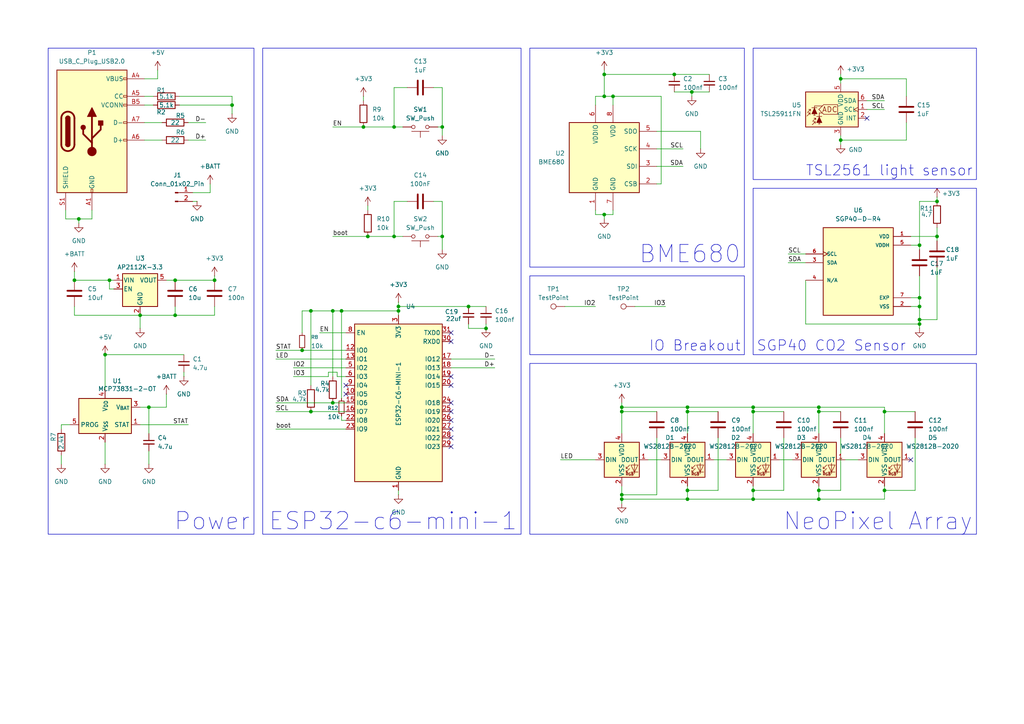
<source format=kicad_sch>
(kicad_sch (version 20250114) (generator "eeschema") (generator_version "9.0")
  (paper "A4")
  (lib_symbols
    (symbol "Battery_Management:MCP73831-2-OT"
      (property "Reference" "U" (at -7.62 6.35 0))
      (property "Value" "MCP73831-2-OT" (at 1.27 6.35 0))
      (symbol "MCP73831-2-OT_1_1"
        (pin input line (at -10.16 -2.54 0) (length 2.54) (name "PROG") (number "5"))
        (pin power_in line (at 0 7.62 270) (length 2.54) (name "V_{DD}") (number "4"))
        (pin power_in line (at 0 -7.62 90) (length 2.54) (name "V_{SS}") (number "2"))
        (pin power_out line (at 10.16 2.54 180) (length 2.54) (name "V_{BAT}") (number "3"))
        (pin tri_state line (at 10.16 -2.54 180) (length 2.54) (name "STAT") (number "1"))
      )
    )
    (symbol "Connector:Conn_01x02_Pin" (pin_names (offset 1.016) (hide yes))
      (property "Reference" "J" (at 0 2.54 0))
      (property "Value" "Conn_01x02_Pin" (at 0 -5.08 0))
      (symbol "Conn_01x02_Pin_1_1"
        (pin passive line (at 5.08 0 180) (length 3.81) (name "Pin_1") (number "1"))
        (pin passive line (at 5.08 -2.54 180) (length 3.81) (name "Pin_2") (number "2"))
      )
    )
    (symbol "Connector:TestPoint" (pin_numbers (hide yes)) (pin_names (offset 0.762) (hide yes))
      (property "Reference" "TP" (at 0 6.858 0))
      (property "Value" "TestPoint" (at 0 5.08 0))
      (symbol "TestPoint_1_1"
        (pin passive line (at 0 0 90) (length 2.54) (name "1") (number "1"))
      )
    )
    (symbol "Connector:USB_C_Plug_USB2.0" (pin_names (offset 1.016))
      (property "Reference" "P" (at -10.16 19.05 0))
      (property "Value" "USB_C_Plug_USB2.0" (at 12.7 19.05 0))
      (symbol "USB_C_Plug_USB2.0_1_1"
        (pin passive line (at -7.62 -22.86 90) (length 5.08) (name "SHIELD") (number "S1"))
        (pin passive line (at 0 -22.86 90) (length 5.08) (name "GND") (number "A1"))
        (pin passive line (at 0 -22.86 90) (length 5.08) (hide yes) (name "GND") (number "A12"))
        (pin passive line (at 0 -22.86 90) (length 5.08) (hide yes) (name "GND") (number "B1"))
        (pin passive line (at 0 -22.86 90) (length 5.08) (hide yes) (name "GND") (number "B12"))
        (pin passive line (at 15.24 15.24 180) (length 5.08) (name "VBUS") (number "A4"))
        (pin passive line (at 15.24 15.24 180) (length 5.08) (hide yes) (name "VBUS") (number "A9"))
        (pin passive line (at 15.24 15.24 180) (length 5.08) (hide yes) (name "VBUS") (number "B4"))
        (pin passive line (at 15.24 15.24 180) (length 5.08) (hide yes) (name "VBUS") (number "B9"))
        (pin bidirectional line (at 15.24 10.16 180) (length 5.08) (name "CC") (number "A5"))
        (pin bidirectional line (at 15.24 7.62 180) (length 5.08) (name "VCONN") (number "B5"))
        (pin bidirectional line (at 15.24 2.54 180) (length 5.08) (name "D-") (number "A7"))
        (pin bidirectional line (at 15.24 -2.54 180) (length 5.08) (name "D+") (number "A6"))
      )
    )
    (symbol "Device:C" (pin_numbers (hide yes)) (pin_names (offset 0.254))
      (property "Reference" "C" (at 0.635 2.54 0))
      (property "Value" "C" (at 0.635 -2.54 0))
      (symbol "C_1_1"
        (pin passive line (at 0 3.81 270) (length 2.794) (name "~") (number "1"))
        (pin passive line (at 0 -3.81 90) (length 2.794) (name "~") (number "2"))
      )
    )
    (symbol "Device:C_Small" (pin_numbers (hide yes)) (pin_names (offset 0.254) (hide yes))
      (property "Reference" "C" (at 0.254 1.778 0))
      (property "Value" "C_Small" (at 0.254 -2.032 0))
      (symbol "C_Small_1_1"
        (pin passive line (at 0 2.54 270) (length 2.032) (name "~") (number "1"))
        (pin passive line (at 0 -2.54 90) (length 2.032) (name "~") (number "2"))
      )
    )
    (symbol "Device:R" (pin_numbers (hide yes)) (pin_names (offset 0))
      (property "Reference" "R" (at 2.032 0 90))
      (property "Value" "R" (at 0 0 90))
      (symbol "R_1_1"
        (pin passive line (at 0 3.81 270) (length 1.27) (name "~") (number "1"))
        (pin passive line (at 0 -3.81 90) (length 1.27) (name "~") (number "2"))
      )
    )
    (symbol "Device:R_Small" (pin_numbers (hide yes)) (pin_names (offset 0.254) (hide yes))
      (property "Reference" "R" (at 0 0 90))
      (property "Value" "R_Small" (at 1.778 0 90))
      (symbol "R_Small_1_1"
        (pin passive line (at 0 2.54 270) (length 0.762) (name "~") (number "1"))
        (pin passive line (at 0 -2.54 90) (length 0.762) (name "~") (number "2"))
      )
    )
    (symbol "LED:WS2812B-2020" (pin_names (offset 0.254))
      (property "Reference" "D" (at 5.08 5.715 0))
      (property "Value" "WS2812B-2020" (at 1.27 -5.715 0))
      (symbol "WS2812B-2020_0_0"
        (text "RGB" (at 2.286 -4.191 0) (effects (font (size 0.762 0.762))))
      )
      (symbol "WS2812B-2020_1_1"
        (pin input line (at -7.62 0 0) (length 2.54) (name "DIN") (number "3"))
        (pin power_in line (at 0 7.62 270) (length 2.54) (name "VDD") (number "4"))
        (pin power_in line (at 0 -7.62 90) (length 2.54) (name "VSS") (number "2"))
        (pin output line (at 7.62 0 180) (length 2.54) (name "DOUT") (number "1"))
      )
    )
    (symbol "RF_Module:ESP32-C6-MINI-1"
      (property "Reference" "U" (at -11.43 24.13 0))
      (property "Value" "ESP32-C6-MINI-1" (at 12.7 24.13 0))
      (symbol "ESP32-C6-MINI-1_1_1"
        (pin input line (at -15.24 20.32 0) (length 2.54) (name "EN") (number "8"))
        (pin bidirectional line (at -15.24 15.24 0) (length 2.54) (name "IO0") (number "12"))
        (pin bidirectional line (at -15.24 12.7 0) (length 2.54) (name "IO1") (number "13"))
        (pin bidirectional line (at -15.24 10.16 0) (length 2.54) (name "IO2") (number "5"))
        (pin bidirectional line (at -15.24 7.62 0) (length 2.54) (name "IO3") (number "6"))
        (pin bidirectional line (at -15.24 5.08 0) (length 2.54) (name "IO4") (number "9"))
        (pin bidirectional line (at -15.24 2.54 0) (length 2.54) (name "IO5") (number "10"))
        (pin bidirectional line (at -15.24 0 0) (length 2.54) (name "IO6") (number "15"))
        (pin bidirectional line (at -15.24 -2.54 0) (length 2.54) (name "IO7") (number "16"))
        (pin bidirectional line (at -15.24 -5.08 0) (length 2.54) (name "IO8") (number "22"))
        (pin bidirectional line (at -15.24 -7.62 0) (length 2.54) (name "IO9") (number "23"))
        (pin no_connect line (at -12.7 -12.7 0) (length 2.54) (hide yes) (name "NC") (number "32"))
        (pin no_connect line (at -12.7 -15.24 0) (length 2.54) (hide yes) (name "NC") (number "33"))
        (pin no_connect line (at -12.7 -17.78 0) (length 2.54) (hide yes) (name "NC") (number "34"))
        (pin no_connect line (at -12.7 -20.32 0) (length 2.54) (hide yes) (name "NC") (number "35"))
        (pin power_in line (at 0 25.4 270) (length 2.54) (name "3V3") (number "3"))
        (pin power_in line (at 0 -25.4 90) (length 2.54) (name "GND") (number "1"))
        (pin passive line (at 0 -25.4 90) (length 2.54) (hide yes) (name "GND") (number "11"))
        (pin passive line (at 0 -25.4 90) (length 2.54) (hide yes) (name "GND") (number "14"))
        (pin passive line (at 0 -25.4 90) (length 2.54) (hide yes) (name "GND") (number "2"))
        (pin passive line (at 0 -25.4 90) (length 2.54) (hide yes) (name "GND") (number "36"))
        (pin passive line (at 0 -25.4 90) (length 2.54) (hide yes) (name "GND") (number "37"))
        (pin passive line (at 0 -25.4 90) (length 2.54) (hide yes) (name "GND") (number "38"))
        (pin passive line (at 0 -25.4 90) (length 2.54) (hide yes) (name "GND") (number "39"))
        (pin passive line (at 0 -25.4 90) (length 2.54) (hide yes) (name "GND") (number "40"))
        (pin passive line (at 0 -25.4 90) (length 2.54) (hide yes) (name "GND") (number "41"))
        (pin passive line (at 0 -25.4 90) (length 2.54) (hide yes) (name "GND") (number "42"))
        (pin passive line (at 0 -25.4 90) (length 2.54) (hide yes) (name "GND") (number "43"))
        (pin passive line (at 0 -25.4 90) (length 2.54) (hide yes) (name "GND") (number "44"))
        (pin passive line (at 0 -25.4 90) (length 2.54) (hide yes) (name "GND") (number "45"))
        (pin passive line (at 0 -25.4 90) (length 2.54) (hide yes) (name "GND") (number "46"))
        (pin passive line (at 0 -25.4 90) (length 2.54) (hide yes) (name "GND") (number "47"))
        (pin passive line (at 0 -25.4 90) (length 2.54) (hide yes) (name "GND") (number "48"))
        (pin passive line (at 0 -25.4 90) (length 2.54) (hide yes) (name "GND") (number "49"))
        (pin passive line (at 0 -25.4 90) (length 2.54) (hide yes) (name "GND") (number "50"))
        (pin passive line (at 0 -25.4 90) (length 2.54) (hide yes) (name "GND") (number "51"))
        (pin passive line (at 0 -25.4 90) (length 2.54) (hide yes) (name "GND") (number "52"))
        (pin passive line (at 0 -25.4 90) (length 2.54) (hide yes) (name "GND") (number "53"))
        (pin no_connect line (at 12.7 -15.24 180) (length 2.54) (hide yes) (name "NC") (number "4"))
        (pin no_connect line (at 12.7 -17.78 180) (length 2.54) (hide yes) (name "NC") (number "7"))
        (pin no_connect line (at 12.7 -20.32 180) (length 2.54) (hide yes) (name "NC") (number "21"))
        (pin bidirectional line (at 15.24 20.32 180) (length 2.54) (name "TXD0") (number "31"))
        (pin bidirectional line (at 15.24 17.78 180) (length 2.54) (name "RXD0") (number "30"))
        (pin bidirectional line (at 15.24 12.7 180) (length 2.54) (name "IO12") (number "17"))
        (pin bidirectional line (at 15.24 10.16 180) (length 2.54) (name "IO13") (number "18"))
        (pin bidirectional line (at 15.24 7.62 180) (length 2.54) (name "IO14") (number "19"))
        (pin bidirectional line (at 15.24 5.08 180) (length 2.54) (name "IO15") (number "20"))
        (pin bidirectional line (at 15.24 0 180) (length 2.54) (name "IO18") (number "24"))
        (pin bidirectional line (at 15.24 -2.54 180) (length 2.54) (name "IO19") (number "25"))
        (pin bidirectional line (at 15.24 -5.08 180) (length 2.54) (name "IO20") (number "26"))
        (pin bidirectional line (at 15.24 -7.62 180) (length 2.54) (name "IO21") (number "27"))
        (pin bidirectional line (at 15.24 -10.16 180) (length 2.54) (name "IO22") (number "28"))
        (pin bidirectional line (at 15.24 -12.7 180) (length 2.54) (name "IO23") (number "29"))
      )
    )
    (symbol "Regulator_Linear:AP2112K-3.3" (pin_names (offset 0.254))
      (property "Reference" "U" (at -5.08 5.715 0))
      (property "Value" "AP2112K-3.3" (at 0 5.715 0))
      (symbol "AP2112K-3.3_1_1"
        (pin power_in line (at -7.62 2.54 0) (length 2.54) (name "VIN") (number "1"))
        (pin input line (at -7.62 0 0) (length 2.54) (name "EN") (number "3"))
        (pin power_in line (at 0 -7.62 90) (length 2.54) (name "GND") (number "2"))
        (pin no_connect line (at 5.08 0 180) (length 2.54) (hide yes) (name "NC") (number "4"))
        (pin power_out line (at 7.62 2.54 180) (length 2.54) (name "VOUT") (number "5"))
      )
    )
    (symbol "SGP40-D-R4:SGP40-D-R4" (pin_names (offset 1.016))
      (property "Reference" "U" (at -10.16 13.462 0))
      (property "Value" "SGP40-D-R4" (at -10.16 -15.24 0))
      (symbol "SGP40-D-R4_0_0"
        (pin bidirectional clock (at -15.24 5.08 0) (length 5.08) (name "SCL") (number "6"))
        (pin bidirectional line (at -15.24 2.54 0) (length 5.08) (name "SDA") (number "3"))
        (pin passive line (at -15.24 -2.54 0) (length 5.08) (name "N/A") (number "4"))
        (pin power_in line (at 15.24 10.16 180) (length 5.08) (name "VDD") (number "1"))
        (pin power_in line (at 15.24 7.62 180) (length 5.08) (name "VDDH") (number "5"))
        (pin power_in line (at 15.24 -7.62 180) (length 5.08) (name "EXP") (number "7"))
        (pin power_in line (at 15.24 -10.16 180) (length 5.08) (name "VSS") (number "2"))
      )
    )
    (symbol "Sensor:BME680"
      (property "Reference" "U" (at -8.89 11.43 0))
      (property "Value" "BME680" (at 7.62 11.43 0))
      (symbol "BME680_1_1"
        (pin power_in line (at -2.54 15.24 270) (length 5.08) (name "VDDIO") (number "6"))
        (pin power_in line (at -2.54 -15.24 90) (length 5.08) (name "GND") (number "1"))
        (pin power_in line (at 2.54 15.24 270) (length 5.08) (name "VDD") (number "8"))
        (pin power_in line (at 2.54 -15.24 90) (length 5.08) (name "GND") (number "7"))
        (pin bidirectional line (at 15.24 7.62 180) (length 5.08) (name "SDO") (number "5"))
        (pin input line (at 15.24 2.54 180) (length 5.08) (name "SCK") (number "4"))
        (pin bidirectional line (at 15.24 -2.54 180) (length 5.08) (name "SDI") (number "3"))
        (pin input line (at 15.24 -7.62 180) (length 5.08) (name "CSB") (number "2"))
      )
    )
    (symbol "Sensor_Optical:TSL25911FN"
      (property "Reference" "U" (at -7.62 6.35 0))
      (property "Value" "TSL25911FN" (at 0 -6.35 0))
      (symbol "TSL25911FN_0_0"
        (text "ADC" (at -0.635 0 0) (effects (font (size 1.524 1.524))))
      )
      (symbol "TSL25911FN_1_1"
        (pin no_connect line (at -7.62 2.54 0) (length 2.54) (hide yes) (name "NC") (number "4"))
        (pin power_in line (at 2.54 7.62 270) (length 2.54) (name "VDD") (number "5"))
        (pin power_in line (at 2.54 -7.62 90) (length 2.54) (name "GND") (number "3"))
        (pin bidirectional line (at 10.16 2.54 180) (length 2.54) (name "SDA") (number "6"))
        (pin input clock (at 10.16 0 180) (length 2.54) (name "SCL") (number "1"))
        (pin open_collector line (at 10.16 -2.54 180) (length 2.54) (name "INT") (number "2"))
      )
    )
    (symbol "Switch:SW_Push" (pin_numbers (hide yes)) (pin_names (offset 1.016) (hide yes))
      (property "Reference" "SW" (at 1.27 2.54 0))
      (property "Value" "SW_Push" (at 0 -1.524 0))
      (symbol "SW_Push_0_1"
        (pin passive line (at -5.08 0 0) (length 2.54) (name "1") (number "1"))
        (pin passive line (at 5.08 0 180) (length 2.54) (name "2") (number "2"))
      )
    )
    (symbol "power:+3V3" (power) (pin_numbers (hide yes)) (pin_names (offset 0) (hide yes))
      (property "Value" "+3V3" (at 0 3.556 0))
      (symbol "+3V3_1_1"
        (pin power_in line (at 0 0 90) (length 0) (name "~") (number "1"))
      )
    )
    (symbol "power:+5V" (power) (pin_numbers (hide yes)) (pin_names (offset 0) (hide yes))
      (property "Value" "+5V" (at 0 3.556 0))
      (symbol "+5V_1_1"
        (pin power_in line (at 0 0 90) (length 0) (name "~") (number "1"))
      )
    )
    (symbol "power:+BATT" (power) (pin_numbers (hide yes)) (pin_names (offset 0) (hide yes))
      (property "Value" "+BATT" (at 0 3.556 0))
      (symbol "+BATT_1_1"
        (pin power_in line (at 0 0 90) (length 0) (name "~") (number "1"))
      )
    )
    (symbol "power:GND" (power) (pin_numbers (hide yes)) (pin_names (offset 0) (hide yes))
      (property "Value" "GND" (at 0 -3.81 0))
      (symbol "GND_1_1"
        (pin power_in line (at 0 0 270) (length 0) (name "~") (number "1"))
      )
    )
  )
  (text_box "TSL2561 light sensor" (at 218.44 13.97 0) (size 64.77 38.1) (margins 0.9525 0.9525 0.9525 0.9525) (effects (font (size 3 3)) (justify right bottom)))
  (text_box "ESP32-c6-mini-1" (at 76.2 13.97 0) (size 74.93 140.97) (margins 0.9525 0.9525 0.9525 0.9525) (effects (font (size 5 5)) (justify right bottom)))
  (text_box "NeoPixel Array" (at 153.67 105.41 0) (size 129.54 49.53) (margins 0.9525 0.9525 0.9525 0.9525) (effects (font (size 5 5)) (justify right bottom)))
  (text_box "IO Breakout" (at 153.67 80.01 0) (size 62.23 22.86) (margins 0.9525 0.9525 0.9525 0.9525) (effects (font (size 3 3)) (justify right bottom)))
  (text_box "SGP40 CO2 Sensor" (at 218.44 54.61 0) (size 64.77 48.26) (margins 0.9525 0.9525 0.9525 0.9525) (effects (font (size 3 3)) (justify left bottom)))
  (text_box "Power" (at 13.97 13.97 0) (size 59.69 140.97) (margins 0.9525 0.9525 0.9525 0.9525) (effects (font (size 5 5)) (justify right bottom)))
  (text_box "BME680" (at 153.67 13.97 0) (size 62.23 63.5) (margins 0.9525 0.9525 0.9525 0.9525) (effects (font (size 5 5)) (justify right bottom)))
  (junction (at 128.27 36.83))
  (junction (at 199.39 119.38))
  (junction (at 21.59 81.28))
  (junction (at 22.86 63.5))
  (junction (at 114.3 68.58))
  (junction (at 237.49 144.78))
  (junction (at 237.49 142.24))
  (junction (at 31.75 81.28))
  (junction (at 218.44 142.24))
  (junction (at 175.26 21.59))
  (junction (at 195.58 21.59))
  (junction (at 140.97 95.25))
  (junction (at 199.39 144.78))
  (junction (at 177.8 27.94))
  (junction (at 180.34 144.78))
  (junction (at 180.34 143.51))
  (junction (at 114.3 36.83))
  (junction (at 256.54 119.38))
  (junction (at 90.17 119.38))
  (junction (at 96.52 116.84))
  (junction (at 271.78 58.42))
  (junction (at 87.63 101.6))
  (junction (at 67.31 30.48))
  (junction (at 243.84 22.86))
  (junction (at 90.17 90.17))
  (junction (at 50.8 81.28))
  (junction (at 50.8 91.44))
  (junction (at 115.57 90.17))
  (junction (at 99.06 90.17))
  (junction (at 266.7 92.71))
  (junction (at 135.89 88.9))
  (junction (at 266.7 88.9))
  (junction (at 271.78 68.58))
  (junction (at 199.39 118.11))
  (junction (at 218.44 118.11))
  (junction (at 62.23 81.28))
  (junction (at 218.44 119.38))
  (junction (at 199.39 142.24))
  (junction (at 256.54 142.24))
  (junction (at 180.34 119.38))
  (junction (at 200.66 26.67))
  (junction (at 266.7 86.36))
  (junction (at 106.68 68.58))
  (junction (at 266.7 71.12))
  (junction (at 266.7 93.98))
  (junction (at 128.27 68.58))
  (junction (at 40.64 91.44))
  (junction (at 115.57 88.9))
  (junction (at 30.48 102.87))
  (junction (at 175.26 27.94))
  (junction (at 105.41 36.83))
  (junction (at 180.34 118.11))
  (junction (at 237.49 119.38))
  (junction (at 218.44 144.78))
  (junction (at 96.52 90.17))
  (junction (at 243.84 40.64))
  (junction (at 237.49 118.11))
  (junction (at 43.18 118.11))
  (junction (at 175.26 62.23))
  (no_connect (at 130.81 99.06))
  (no_connect (at 130.81 109.22))
  (no_connect (at 130.81 127))
  (no_connect (at 130.81 129.54))
  (no_connect (at 130.81 121.92))
  (no_connect (at 100.33 111.76))
  (no_connect (at 100.33 114.3))
  (no_connect (at 264.16 133.35))
  (no_connect (at 130.81 116.84))
  (no_connect (at 130.81 111.76))
  (no_connect (at 130.81 96.52))
  (no_connect (at 130.81 124.46))
  (no_connect (at 251.46 34.29))
  (no_connect (at 130.81 119.38))
  (wire (pts (xy 180.34 143.51) (xy 180.34 144.78)))
  (wire (pts (xy 233.68 81.28) (xy 233.68 93.98)))
  (wire (pts (xy 243.84 142.24) (xy 237.49 142.24)))
  (wire (pts (xy 40.64 91.44) (xy 50.8 91.44)))
  (wire (pts (xy 99.06 90.17) (xy 115.57 90.17)))
  (wire (pts (xy 228.6 73.66) (xy 233.68 73.66)))
  (wire (pts (xy 191.77 27.94) (xy 177.8 27.94)))
  (wire (pts (xy 48.26 114.3) (xy 48.26 118.11)))
  (wire (pts (xy 203.2 38.1) (xy 203.2 43.18)))
  (wire (pts (xy 199.39 118.11) (xy 218.44 118.11)))
  (wire (pts (xy 87.63 101.6) (xy 100.33 101.6)))
  (wire (pts (xy 227.33 127) (xy 227.33 142.24)))
  (wire (pts (xy 21.59 91.44) (xy 40.64 91.44)))
  (wire (pts (xy 128.27 58.42) (xy 128.27 68.58)))
  (wire (pts (xy 237.49 144.78) (xy 218.44 144.78)))
  (wire (pts (xy 190.5 38.1) (xy 203.2 38.1)))
  (wire (pts (xy 17.78 123.19) (xy 17.78 124.46)))
  (wire (pts (xy 243.84 40.64) (xy 243.84 39.37)))
  (wire (pts (xy 143.51 106.68) (xy 130.81 106.68)))
  (wire (pts (xy 85.09 106.68) (xy 100.33 106.68)))
  (wire (pts (xy 190.5 53.34) (xy 191.77 53.34)))
  (wire (pts (xy 21.59 81.28) (xy 31.75 81.28)))
  (wire (pts (xy 243.84 22.86) (xy 262.89 22.86)))
  (wire (pts (xy 41.91 30.48) (xy 44.45 30.48)))
  (wire (pts (xy 266.7 58.42) (xy 266.7 71.12)))
  (wire (pts (xy 199.39 125.73) (xy 199.39 119.38)))
  (wire (pts (xy 96.52 90.17) (xy 99.06 90.17)))
  (wire (pts (xy 21.59 78.74) (xy 21.59 81.28)))
  (wire (pts (xy 115.57 143.51) (xy 115.57 142.24)))
  (wire (pts (xy 30.48 102.87) (xy 53.34 102.87)))
  (wire (pts (xy 265.43 127) (xy 265.43 142.24)))
  (wire (pts (xy 41.91 40.64) (xy 46.99 40.64)))
  (wire (pts (xy 237.49 119.38) (xy 243.84 119.38)))
  (wire (pts (xy 92.71 96.52) (xy 100.33 96.52)))
  (wire (pts (xy 62.23 80.01) (xy 62.23 81.28)))
  (wire (pts (xy 175.26 62.23) (xy 177.8 62.23)))
  (wire (pts (xy 237.49 118.11) (xy 256.54 118.11)))
  (wire (pts (xy 175.26 21.59) (xy 195.58 21.59)))
  (wire (pts (xy 26.67 60.96) (xy 26.67 63.5)))
  (wire (pts (xy 43.18 118.11) (xy 40.64 118.11)))
  (wire (pts (xy 243.84 22.86) (xy 243.84 24.13)))
  (wire (pts (xy 233.68 93.98) (xy 266.7 93.98)))
  (wire (pts (xy 106.68 59.69) (xy 106.68 60.96)))
  (wire (pts (xy 193.04 88.9) (xy 184.15 88.9)))
  (wire (pts (xy 190.5 127) (xy 190.5 143.51)))
  (wire (pts (xy 50.8 88.9) (xy 50.8 91.44)))
  (wire (pts (xy 99.06 90.17) (xy 99.06 115.57)))
  (wire (pts (xy 118.11 25.4) (xy 114.3 25.4)))
  (wire (pts (xy 199.39 119.38) (xy 199.39 118.11)))
  (wire (pts (xy 127 68.58) (xy 128.27 68.58)))
  (wire (pts (xy 118.11 58.42) (xy 114.3 58.42)))
  (wire (pts (xy 17.78 134.62) (xy 17.78 132.08)))
  (wire (pts (xy 20.32 123.19) (xy 17.78 123.19)))
  (wire (pts (xy 33.02 83.82) (xy 31.75 83.82)))
  (wire (pts (xy 237.49 142.24) (xy 237.49 144.78)))
  (wire (pts (xy 19.05 60.96) (xy 19.05 63.5)))
  (wire (pts (xy 99.06 121.92) (xy 100.33 121.92)))
  (wire (pts (xy 271.78 66.04) (xy 271.78 68.58)))
  (wire (pts (xy 199.39 119.38) (xy 208.28 119.38)))
  (wire (pts (xy 175.26 27.94) (xy 177.8 27.94)))
  (wire (pts (xy 53.34 109.22) (xy 53.34 107.95)))
  (wire (pts (xy 114.3 68.58) (xy 116.84 68.58)))
  (wire (pts (xy 190.5 143.51) (xy 180.34 143.51)))
  (wire (pts (xy 180.34 119.38) (xy 190.5 119.38)))
  (wire (pts (xy 200.66 27.94) (xy 200.66 26.67)))
  (wire (pts (xy 172.72 60.96) (xy 172.72 62.23)))
  (wire (pts (xy 264.16 71.12) (xy 266.7 71.12)))
  (wire (pts (xy 128.27 25.4) (xy 128.27 36.83)))
  (wire (pts (xy 41.91 27.94) (xy 44.45 27.94)))
  (wire (pts (xy 175.26 20.32) (xy 175.26 21.59)))
  (wire (pts (xy 55.88 55.88) (xy 60.96 55.88)))
  (wire (pts (xy 243.84 41.91) (xy 243.84 40.64)))
  (wire (pts (xy 80.01 116.84) (xy 96.52 116.84)))
  (wire (pts (xy 140.97 95.25) (xy 140.97 93.98)))
  (wire (pts (xy 114.3 36.83) (xy 116.84 36.83)))
  (wire (pts (xy 40.64 91.44) (xy 40.64 95.25)))
  (wire (pts (xy 199.39 144.78) (xy 218.44 144.78)))
  (wire (pts (xy 80.01 119.38) (xy 90.17 119.38)))
  (wire (pts (xy 180.34 140.97) (xy 180.34 143.51)))
  (wire (pts (xy 95.25 107.95) (xy 95.25 109.22)))
  (wire (pts (xy 190.5 43.18) (xy 198.12 43.18)))
  (wire (pts (xy 251.46 31.75) (xy 256.54 31.75)))
  (wire (pts (xy 135.89 88.9) (xy 140.97 88.9)))
  (wire (pts (xy 87.63 90.17) (xy 90.17 90.17)))
  (wire (pts (xy 105.41 36.83) (xy 114.3 36.83)))
  (wire (pts (xy 172.72 30.48) (xy 172.72 27.94)))
  (wire (pts (xy 172.72 27.94) (xy 175.26 27.94)))
  (wire (pts (xy 264.16 86.36) (xy 266.7 86.36)))
  (wire (pts (xy 180.34 144.78) (xy 180.34 146.05)))
  (wire (pts (xy 52.07 30.48) (xy 67.31 30.48)))
  (wire (pts (xy 115.57 87.63) (xy 115.57 88.9)))
  (wire (pts (xy 96.52 36.83) (xy 105.41 36.83)))
  (wire (pts (xy 227.33 142.24) (xy 218.44 142.24)))
  (wire (pts (xy 199.39 144.78) (xy 199.39 142.24)))
  (wire (pts (xy 256.54 119.38) (xy 256.54 125.73)))
  (wire (pts (xy 60.96 55.88) (xy 60.96 53.34)))
  (wire (pts (xy 128.27 36.83) (xy 128.27 39.37)))
  (wire (pts (xy 262.89 27.94) (xy 262.89 22.86)))
  (wire (pts (xy 271.78 92.71) (xy 266.7 92.71)))
  (wire (pts (xy 187.96 133.35) (xy 191.77 133.35)))
  (wire (pts (xy 266.7 95.25) (xy 266.7 93.98)))
  (wire (pts (xy 30.48 102.87) (xy 30.48 113.03)))
  (wire (pts (xy 218.44 144.78) (xy 218.44 142.24)))
  (wire (pts (xy 96.52 116.84) (xy 100.33 116.84)))
  (wire (pts (xy 266.7 80.01) (xy 266.7 86.36)))
  (wire (pts (xy 99.06 120.65) (xy 99.06 121.92)))
  (wire (pts (xy 45.72 22.86) (xy 45.72 20.32)))
  (wire (pts (xy 115.57 88.9) (xy 135.89 88.9)))
  (wire (pts (xy 256.54 118.11) (xy 256.54 119.38)))
  (wire (pts (xy 90.17 90.17) (xy 96.52 90.17)))
  (wire (pts (xy 256.54 142.24) (xy 256.54 144.78)))
  (wire (pts (xy 40.64 123.19) (xy 54.61 123.19)))
  (wire (pts (xy 266.7 71.12) (xy 266.7 72.39)))
  (wire (pts (xy 199.39 118.11) (xy 180.34 118.11)))
  (wire (pts (xy 115.57 90.17) (xy 115.57 91.44)))
  (wire (pts (xy 52.07 27.94) (xy 67.31 27.94)))
  (wire (pts (xy 127 36.83) (xy 128.27 36.83)))
  (wire (pts (xy 95.25 107.95) (xy 97.79 107.95)))
  (wire (pts (xy 191.77 53.34) (xy 191.77 27.94)))
  (wire (pts (xy 48.26 81.28) (xy 50.8 81.28)))
  (wire (pts (xy 266.7 92.71) (xy 266.7 88.9)))
  (wire (pts (xy 218.44 142.24) (xy 218.44 140.97)))
  (wire (pts (xy 271.78 58.42) (xy 266.7 58.42)))
  (wire (pts (xy 266.7 93.98) (xy 266.7 92.71)))
  (wire (pts (xy 177.8 60.96) (xy 177.8 62.23)))
  (wire (pts (xy 55.88 58.42) (xy 57.15 58.42)))
  (wire (pts (xy 243.84 21.59) (xy 243.84 22.86)))
  (wire (pts (xy 180.34 144.78) (xy 199.39 144.78)))
  (wire (pts (xy 43.18 134.62) (xy 43.18 130.81)))
  (wire (pts (xy 33.02 81.28) (xy 31.75 81.28)))
  (wire (pts (xy 180.34 118.11) (xy 180.34 119.38)))
  (wire (pts (xy 262.89 35.56) (xy 262.89 40.64)))
  (wire (pts (xy 54.61 40.64) (xy 59.69 40.64)))
  (wire (pts (xy 177.8 27.94) (xy 177.8 30.48)))
  (wire (pts (xy 114.3 58.42) (xy 114.3 68.58)))
  (wire (pts (xy 172.72 88.9) (xy 163.83 88.9)))
  (wire (pts (xy 256.54 119.38) (xy 265.43 119.38)))
  (wire (pts (xy 26.67 63.5) (xy 22.86 63.5)))
  (wire (pts (xy 97.79 107.95) (xy 97.79 109.22)))
  (wire (pts (xy 105.41 27.94) (xy 105.41 29.21)))
  (wire (pts (xy 172.72 62.23) (xy 175.26 62.23)))
  (wire (pts (xy 256.54 144.78) (xy 237.49 144.78)))
  (wire (pts (xy 80.01 124.46) (xy 100.33 124.46)))
  (wire (pts (xy 256.54 140.97) (xy 256.54 142.24)))
  (wire (pts (xy 208.28 142.24) (xy 199.39 142.24)))
  (wire (pts (xy 251.46 29.21) (xy 256.54 29.21)))
  (wire (pts (xy 262.89 40.64) (xy 243.84 40.64)))
  (wire (pts (xy 30.48 134.62) (xy 30.48 128.27)))
  (wire (pts (xy 175.26 63.5) (xy 175.26 62.23)))
  (wire (pts (xy 266.7 86.36) (xy 266.7 88.9)))
  (wire (pts (xy 200.66 26.67) (xy 205.74 26.67)))
  (wire (pts (xy 80.01 101.6) (xy 87.63 101.6)))
  (wire (pts (xy 48.26 118.11) (xy 43.18 118.11)))
  (wire (pts (xy 162.56 133.35) (xy 172.72 133.35)))
  (wire (pts (xy 135.89 95.25) (xy 140.97 95.25)))
  (wire (pts (xy 80.01 104.14) (xy 100.33 104.14)))
  (wire (pts (xy 237.49 140.97) (xy 237.49 142.24)))
  (wire (pts (xy 271.78 57.15) (xy 271.78 58.42)))
  (wire (pts (xy 264.16 88.9) (xy 266.7 88.9)))
  (wire (pts (xy 19.05 63.5) (xy 22.86 63.5)))
  (wire (pts (xy 190.5 48.26) (xy 198.12 48.26)))
  (wire (pts (xy 243.84 127) (xy 243.84 142.24)))
  (wire (pts (xy 54.61 35.56) (xy 59.69 35.56)))
  (wire (pts (xy 245.11 133.35) (xy 248.92 133.35)))
  (wire (pts (xy 67.31 27.94) (xy 67.31 30.48)))
  (wire (pts (xy 87.63 96.52) (xy 87.63 90.17)))
  (wire (pts (xy 207.01 133.35) (xy 210.82 133.35)))
  (wire (pts (xy 96.52 90.17) (xy 96.52 109.22)))
  (wire (pts (xy 265.43 142.24) (xy 256.54 142.24)))
  (wire (pts (xy 199.39 142.24) (xy 199.39 140.97)))
  (wire (pts (xy 218.44 118.11) (xy 237.49 118.11)))
  (wire (pts (xy 95.25 109.22) (xy 85.09 109.22)))
  (wire (pts (xy 271.78 69.85) (xy 271.78 68.58)))
  (wire (pts (xy 208.28 127) (xy 208.28 142.24)))
  (wire (pts (xy 115.57 88.9) (xy 115.57 90.17)))
  (wire (pts (xy 62.23 91.44) (xy 62.23 88.9)))
  (wire (pts (xy 218.44 118.11) (xy 218.44 119.38)))
  (wire (pts (xy 67.31 30.48) (xy 67.31 33.02)))
  (wire (pts (xy 125.73 58.42) (xy 128.27 58.42)))
  (wire (pts (xy 125.73 25.4) (xy 128.27 25.4)))
  (wire (pts (xy 90.17 119.38) (xy 100.33 119.38)))
  (wire (pts (xy 41.91 22.86) (xy 45.72 22.86)))
  (wire (pts (xy 21.59 88.9) (xy 21.59 91.44)))
  (wire (pts (xy 143.51 104.14) (xy 130.81 104.14)))
  (wire (pts (xy 90.17 90.17) (xy 90.17 111.76)))
  (wire (pts (xy 218.44 119.38) (xy 218.44 125.73)))
  (wire (pts (xy 264.16 68.58) (xy 271.78 68.58)))
  (wire (pts (xy 180.34 119.38) (xy 180.34 125.73)))
  (wire (pts (xy 31.75 83.82) (xy 31.75 81.28)))
  (wire (pts (xy 41.91 35.56) (xy 46.99 35.56)))
  (wire (pts (xy 114.3 25.4) (xy 114.3 36.83)))
  (wire (pts (xy 50.8 91.44) (xy 62.23 91.44)))
  (wire (pts (xy 226.06 133.35) (xy 229.87 133.35)))
  (wire (pts (xy 195.58 21.59) (xy 205.74 21.59)))
  (wire (pts (xy 180.34 116.84) (xy 180.34 118.11)))
  (wire (pts (xy 271.78 77.47) (xy 271.78 92.71)))
  (wire (pts (xy 97.79 109.22) (xy 100.33 109.22)))
  (wire (pts (xy 195.58 26.67) (xy 200.66 26.67)))
  (wire (pts (xy 50.8 81.28) (xy 62.23 81.28)))
  (wire (pts (xy 22.86 64.77) (xy 22.86 63.5)))
  (wire (pts (xy 96.52 68.58) (xy 106.68 68.58)))
  (wire (pts (xy 237.49 119.38) (xy 237.49 125.73)))
  (wire (pts (xy 106.68 68.58) (xy 114.3 68.58)))
  (wire (pts (xy 237.49 118.11) (xy 237.49 119.38)))
  (wire (pts (xy 135.89 93.98) (xy 135.89 95.25)))
  (wire (pts (xy 43.18 125.73) (xy 43.18 118.11)))
  (wire (pts (xy 128.27 68.58) (xy 128.27 72.39)))
  (wire (pts (xy 228.6 76.2) (xy 233.68 76.2)))
  (wire (pts (xy 175.26 21.59) (xy 175.26 27.94)))
  (wire (pts (xy 218.44 119.38) (xy 227.33 119.38)))
  (label "SDA" (at 80.01 116.84 0))
  (label "SDA" (at 256.54 29.21 180))
  (label "STAT" (at 54.61 123.19 180))
  (label "boot" (at 80.01 124.46 0))
  (label "LED" (at 80.01 104.14 0))
  (label "IO2" (at 172.72 88.9 180))
  (label "D-" (at 59.69 35.56 180))
  (label "SCL" (at 228.6 73.66 0))
  (label "IO3" (at 193.04 88.9 180))
  (label "IO2" (at 85.09 106.68 0))
  (label "SCL" (at 80.01 119.38 0))
  (label "SCL" (at 256.54 31.75 180))
  (label "D+" (at 143.51 106.68 180))
  (label "EN" (at 92.71 96.52 0))
  (label "D-" (at 143.51 104.14 180))
  (label "boot" (at 96.52 68.58 0))
  (label "SDA" (at 198.12 48.26 180))
  (label "IO3" (at 85.09 109.22 0))
  (label "SDA" (at 228.6 76.2 0))
  (label "LED" (at 162.56 133.35 0))
  (label "SCL" (at 198.12 43.18 180))
  (label "EN" (at 96.52 36.83 0))
  (label "STAT" (at 80.01 101.6 0))
  (label "D+" (at 59.69 40.64 180))
  (symbol (lib_id "power:+3V3") (at 115.57 87.63 0) (unit 1)
    (property "Reference" "#PWR013" (effects (hide yes)))
    (property "Value" "+3V3" (at 115.57 82.55 0))
    (property "Description" "Power symbol creates a global label with name \"+3V3\"" (effects (hide yes)))
  )
  (symbol (lib_id "Device:C") (at 62.23 85.09 0) (unit 1)
    (property "Reference" "C7" (at 66.04 83.8199 0) (effects (justify left)))
    (property "Value" "100n" (at 66.04 86.3599 0) (effects (justify left)))
    (property "Footprint" "Capacitor_SMD:C_0402_1005Metric" (effects (hide yes)))
    (property "Description" "Unpolarized capacitor" (effects (hide yes)))
  )
  (symbol (lib_id "power:GND") (at 53.34 109.22 0) (unit 1)
    (property "Reference" "#PWR04" (effects (hide yes)))
    (property "Value" "GND" (at 53.34 114.3 0))
    (property "Description" "Power symbol creates a global label with name \"GND\" , ground" (effects (hide yes)))
  )
  (symbol (lib_id "power:GND") (at 115.57 143.51 0) (unit 1)
    (property "Reference" "#PWR016" (effects (hide yes)))
    (property "Value" "GND" (at 115.57 148.59 0))
    (property "Description" "Power symbol creates a global label with name \"GND\" , ground" (effects (hide yes)))
  )
  (symbol (lib_id "Connector:TestPoint") (at 184.15 88.9 90) (unit 1)
    (property "Reference" "TP2" (at 180.848 83.82 90))
    (property "Value" "TestPoint" (at 180.848 86.36 90))
    (property "Footprint" "TestPoint:TestPoint_Pad_D3.0mm" (effects (hide yes)))
    (property "Description" "test point" (effects (hide yes)))
  )
  (symbol (lib_id "Device:C") (at 262.89 31.75 0) (unit 1)
    (property "Reference" "C15" (at 265.938 30.48 0) (effects (justify left)))
    (property "Value" "1uF" (at 265.938 33.02 0) (effects (justify left)))
    (property "Footprint" "Capacitor_SMD:C_0402_1005Metric" (effects (hide yes)))
    (property "Description" "Unpolarized capacitor" (effects (hide yes)))
  )
  (symbol (lib_id "Sensor_Optical:TSL25911FN") (at 241.3 31.75 0) (unit 1)
    (property "Reference" "U5" (at 232.41 30.4799 0) (effects (justify right)))
    (property "Value" "TSL25911FN" (at 232.41 33.0199 0) (effects (justify right)))
    (property "Footprint" "OptoDevice:AMS_TSL25911FN" (effects (hide yes)))
    (property "Datasheet" "https://ams.com/documents/20143/9331680/TSL2591_DS000338_7-00.pdf" (effects (hide yes)))
    (property "Description" "Light to digital converter, 2.7 to 3.6V Vdd, DFN-6" (effects (hide yes)))
  )
  (symbol (lib_id "LED:WS2812B-2020") (at 218.44 133.35 0) (unit 1)
    (property "Reference" "D3" (at 232.41 126.9298 0))
    (property "Value" "WS2812B-2020" (at 232.41 129.4698 0))
    (property "Footprint" "LED_SMD:LED_WS2812B-2020_PLCC4_2.0x2.0mm" (effects (hide yes)))
    (property "Datasheet" "https://cdn-shop.adafruit.com/product-files/4684/4684_WS2812B-2020_V1.3_EN.pdf" (effects (hide yes)))
    (property "Description" "RGB LED with integrated controller, 2.0 x 2.0 mm, 12 mA" (effects (hide yes)))
  )
  (symbol (lib_id "Device:R") (at 50.8 40.64 90) (unit 1)
    (property "Reference" "R6" (at 52.324 38.354 90))
    (property "Value" "22" (at 50.8 40.64 90))
    (property "Footprint" "Resistor_SMD:R_0402_1005Metric" (effects (hide yes)))
    (property "Description" "Resistor" (effects (hide yes)))
  )
  (symbol (lib_id "power:GND") (at 128.27 72.39 0) (unit 1)
    (property "Reference" "#PWR022" (effects (hide yes)))
    (property "Value" "GND" (at 128.27 77.47 0))
    (property "Description" "Power symbol creates a global label with name \"GND\" , ground" (effects (hide yes)))
  )
  (symbol (lib_id "power:+3V3") (at 175.26 20.32 0) (unit 1)
    (property "Reference" "#PWR03" (effects (hide yes)))
    (property "Value" "+3V3" (at 175.26 15.24 0))
    (property "Description" "Power symbol creates a global label with name \"+3V3\"" (effects (hide yes)))
  )
  (symbol (lib_id "power:GND") (at 140.97 95.25 0) (unit 1)
    (property "Reference" "#PWR029" (effects (hide yes)))
    (property "Value" "GND" (at 140.97 100.33 0))
    (property "Description" "Power symbol creates a global label with name \"GND\" , ground" (effects (hide yes)))
  )
  (symbol (lib_id "Device:C") (at 121.92 58.42 90) (unit 1)
    (property "Reference" "C14" (at 121.92 50.8 90))
    (property "Value" "100nF" (at 121.92 53.34 90))
    (property "Footprint" "Capacitor_SMD:C_0402_1005Metric" (effects (hide yes)))
    (property "Description" "Unpolarized capacitor" (effects (hide yes)))
  )
  (symbol (lib_id "power:+5V") (at 45.72 20.32 0) (unit 1)
    (property "Reference" "#PWR02" (effects (hide yes)))
    (property "Value" "+5V" (at 45.72 15.24 0))
    (property "Description" "Power symbol creates a global label with name \"+5V\"" (effects (hide yes)))
  )
  (symbol (lib_id "Device:C_Small") (at 43.18 128.27 0) (unit 1)
    (property "Reference" "C4" (at 45.72 127.0062 0) (effects (justify left)))
    (property "Value" "4.7u" (at 45.72 129.5462 0) (effects (justify left)))
    (property "Footprint" "Capacitor_SMD:C_0402_1005Metric" (effects (hide yes)))
    (property "Description" "Unpolarized capacitor, small symbol" (effects (hide yes)))
  )
  (symbol (lib_id "Connector:Conn_01x02_Pin") (at 50.8 55.88 0) (unit 1)
    (property "Reference" "J1" (at 51.435 50.8 0))
    (property "Value" "Conn_01x02_Pin" (at 51.435 53.34 0))
    (property "Footprint" "Connector_PinHeader_1.00mm:PinHeader_2x01_P1.00mm_Vertical" (effects (hide yes)))
    (property "Description" "Generic connector, single row, 01x02, script generated" (effects (hide yes)))
  )
  (symbol (lib_id "LED:WS2812B-2020") (at 199.39 133.35 0) (unit 1)
    (property "Reference" "D2" (at 213.36 126.9298 0))
    (property "Value" "WS2812B-2020" (at 213.36 129.4698 0))
    (property "Footprint" "LED_SMD:LED_WS2812B-2020_PLCC4_2.0x2.0mm" (effects (hide yes)))
    (property "Datasheet" "https://cdn-shop.adafruit.com/product-files/4684/4684_WS2812B-2020_V1.3_EN.pdf" (effects (hide yes)))
    (property "Description" "RGB LED with integrated controller, 2.0 x 2.0 mm, 12 mA" (effects (hide yes)))
  )
  (symbol (lib_id "Device:C_Small") (at 195.58 24.13 0) (unit 1)
    (property "Reference" "C2" (at 198.12 22.8662 0) (effects (justify left)))
    (property "Value" "100nf" (at 198.12 25.4062 0) (effects (justify left)))
    (property "Footprint" "Capacitor_SMD:C_0402_1005Metric" (effects (hide yes)))
    (property "Description" "Unpolarized capacitor, small symbol" (effects (hide yes)))
  )
  (symbol (lib_id "power:GND") (at 17.78 134.62 0) (unit 1)
    (property "Reference" "#PWR08" (effects (hide yes)))
    (property "Value" "GND" (at 17.78 139.7 0))
    (property "Description" "Power symbol creates a global label with name \"GND\" , ground" (effects (hide yes)))
  )
  (symbol (lib_id "power:+3V3") (at 62.23 80.01 0) (unit 1)
    (property "Reference" "#PWR014" (effects (hide yes)))
    (property "Value" "+3V3" (at 62.23 74.93 0))
    (property "Description" "Power symbol creates a global label with name \"+3V3\"" (effects (hide yes)))
  )
  (symbol (lib_id "power:GND") (at 243.84 41.91 0) (unit 1)
    (property "Reference" "#PWR028" (effects (hide yes)))
    (property "Value" "GND" (at 248.158 43.434 0))
    (property "Description" "Power symbol creates a global label with name \"GND\" , ground" (effects (hide yes)))
  )
  (symbol (lib_id "LED:WS2812B-2020") (at 237.49 133.35 0) (unit 1)
    (property "Reference" "D4" (at 251.46 126.9298 0))
    (property "Value" "WS2812B-2020" (at 251.46 129.4698 0))
    (property "Footprint" "LED_SMD:LED_WS2812B-2020_PLCC4_2.0x2.0mm" (effects (hide yes)))
    (property "Datasheet" "https://cdn-shop.adafruit.com/product-files/4684/4684_WS2812B-2020_V1.3_EN.pdf" (effects (hide yes)))
    (property "Description" "RGB LED with integrated controller, 2.0 x 2.0 mm, 12 mA" (effects (hide yes)))
  )
  (symbol (lib_id "LED:WS2812B-2020") (at 256.54 133.35 0) (unit 1)
    (property "Reference" "D5" (at 270.51 126.9298 0))
    (property "Value" "WS2812B-2020" (at 270.51 129.4698 0))
    (property "Footprint" "LED_SMD:LED_WS2812B-2020_PLCC4_2.0x2.0mm" (effects (hide yes)))
    (property "Datasheet" "https://cdn-shop.adafruit.com/product-files/4684/4684_WS2812B-2020_V1.3_EN.pdf" (effects (hide yes)))
    (property "Description" "RGB LED with integrated controller, 2.0 x 2.0 mm, 12 mA" (effects (hide yes)))
  )
  (symbol (lib_id "power:+BATT") (at 60.96 53.34 0) (unit 1)
    (property "Reference" "#PWR024" (effects (hide yes)))
    (property "Value" "+BATT" (at 60.96 48.26 0))
    (property "Description" "Power symbol creates a global label with name \"+BATT\"" (effects (hide yes)))
  )
  (symbol (lib_id "power:GND") (at 266.7 95.25 0) (unit 1)
    (property "Reference" "#PWR030" (effects (hide yes)))
    (property "Value" "GND" (at 266.7 100.33 0))
    (property "Description" "Power symbol creates a global label with name \"GND\" , ground" (effects (hide yes)))
  )
  (symbol (lib_id "Device:C_Small") (at 140.97 91.44 0) (unit 1)
    (property "Reference" "C16" (at 143.51 90.1762 0) (effects (justify left)))
    (property "Value" "100nf" (at 143.51 92.7162 0) (effects (justify left)))
    (property "Footprint" "Capacitor_SMD:C_0402_1005Metric" (effects (hide yes)))
    (property "Description" "Unpolarized capacitor, small symbol" (effects (hide yes)))
  )
  (symbol (lib_id "Sensor:BME680") (at 175.26 45.72 0) (unit 1)
    (property "Reference" "U2" (at 163.83 44.4499 0) (effects (justify right)))
    (property "Value" "BME680" (at 163.83 46.9899 0) (effects (justify right)))
    (property "Footprint" "Package_LGA:Bosch_LGA-8_3x3mm_P0.8mm_ClockwisePinNumbering" (effects (hide yes)))
    (property "Datasheet" "https://ae-bst.resource.bosch.com/media/_tech/media/datasheets/BST-BME680-DS001.pdf" (effects (hide yes)))
    (property "Description" "4-in-1 sensor, gas, humidity, pressure, temperature, I2C and SPI interface, 1.71-3.6V, LGA-8" (effects (hide yes)))
  )
  (symbol (lib_id "power:+BATT") (at 48.26 114.3 0) (unit 1)
    (property "Reference" "#PWR026" (effects (hide yes)))
    (property "Value" "+BATT" (at 48.26 109.22 0))
    (property "Description" "Power symbol creates a global label with name \"+BATT\"" (effects (hide yes)))
  )
  (symbol (lib_id "power:GND") (at 30.48 134.62 0) (unit 1)
    (property "Reference" "#PWR09" (effects (hide yes)))
    (property "Value" "GND" (at 30.48 139.7 0))
    (property "Description" "Power symbol creates a global label with name \"GND\" , ground" (effects (hide yes)))
  )
  (symbol (lib_id "Device:R") (at 106.68 64.77 0) (unit 1)
    (property "Reference" "R10" (at 109.22 63.4999 0) (effects (justify left)))
    (property "Value" "10k" (at 109.22 66.0399 0) (effects (justify left)))
    (property "Footprint" "Resistor_SMD:R_0402_1005Metric" (effects (hide yes)))
    (property "Description" "Resistor" (effects (hide yes)))
  )
  (symbol (lib_id "power:GND") (at 57.15 58.42 0) (unit 1)
    (property "Reference" "#PWR019" (effects (hide yes)))
    (property "Value" "GND" (at 57.15 63.5 0))
    (property "Description" "Power symbol creates a global label with name \"GND\" , ground" (effects (hide yes)))
  )
  (symbol (lib_id "Device:R") (at 48.26 27.94 90) (unit 1)
    (property "Reference" "R1" (at 46.736 26.162 90))
    (property "Value" "5.1k" (at 48.26 27.94 90))
    (property "Footprint" "Resistor_SMD:R_0402_1005Metric" (effects (hide yes)))
    (property "Description" "Resistor" (effects (hide yes)))
  )
  (symbol (lib_id "Device:C") (at 243.84 123.19 0) (unit 1)
    (property "Reference" "C11" (at 247.65 121.9199 0) (effects (justify left)))
    (property "Value" "100nf" (at 247.65 124.4599 0) (effects (justify left)))
    (property "Footprint" "Capacitor_SMD:C_0402_1005Metric" (effects (hide yes)))
    (property "Description" "Unpolarized capacitor" (effects (hide yes)))
  )
  (symbol (lib_id "Device:R") (at 17.78 128.27 180) (unit 1)
    (property "Reference" "R7" (at 15.494 126.746 90))
    (property "Value" "2.4k" (at 17.78 128.27 90))
    (property "Footprint" "Resistor_SMD:R_0402_1005Metric" (effects (hide yes)))
    (property "Description" "Resistor" (effects (hide yes)))
  )
  (symbol (lib_id "power:GND") (at 180.34 146.05 0) (unit 1)
    (property "Reference" "#PWR018" (effects (hide yes)))
    (property "Value" "GND" (at 180.34 151.13 0))
    (property "Description" "Power symbol creates a global label with name \"GND\" , ground" (effects (hide yes)))
  )
  (symbol (lib_id "Switch:SW_Push") (at 121.92 36.83 180) (unit 1)
    (property "Reference" "SW1" (at 121.92 31.75 0))
    (property "Value" "SW_Push" (at 121.92 34.29 0))
    (property "Footprint" "Button_Switch_SMD:SW_Push_SPST_NO_Alps_SKRK" (effects (hide yes)))
    (property "Description" "Push button switch, generic, two pins" (effects (hide yes)))
  )
  (symbol (lib_id "power:GND") (at 67.31 33.02 0) (unit 1)
    (property "Reference" "#PWR06" (effects (hide yes)))
    (property "Value" "GND" (at 67.31 38.1 0))
    (property "Description" "Power symbol creates a global label with name \"GND\" , ground" (effects (hide yes)))
  )
  (symbol (lib_id "Connector:TestPoint") (at 163.83 88.9 90) (unit 1)
    (property "Reference" "TP1" (at 160.528 83.82 90))
    (property "Value" "TestPoint" (at 160.528 86.36 90))
    (property "Footprint" "TestPoint:TestPoint_Pad_D3.0mm" (effects (hide yes)))
    (property "Description" "test point" (effects (hide yes)))
  )
  (symbol (lib_id "Switch:SW_Push") (at 121.92 68.58 180) (unit 1)
    (property "Reference" "SW2" (at 121.92 63.5 0))
    (property "Value" "SW_Push" (at 121.92 66.04 0))
    (property "Footprint" "Button_Switch_SMD:SW_Push_SPST_NO_Alps_SKRK" (effects (hide yes)))
    (property "Description" "Push button switch, generic, two pins" (effects (hide yes)))
  )
  (symbol (lib_id "power:GND") (at 203.2 43.18 0) (unit 1)
    (property "Reference" "#PWR07" (effects (hide yes)))
    (property "Value" "GND" (at 203.2 48.26 0))
    (property "Description" "Power symbol creates a global label with name \"GND\" , ground" (effects (hide yes)))
  )
  (symbol (lib_id "power:+5V") (at 30.48 102.87 0) (unit 1)
    (property "Reference" "#PWR01" (effects (hide yes)))
    (property "Value" "+5V" (at 30.48 97.79 0))
    (property "Description" "Power symbol creates a global label with name \"+5V\"" (effects (hide yes)))
  )
  (symbol (lib_id "power:GND") (at 200.66 27.94 0) (unit 1)
    (property "Reference" "#PWR05" (effects (hide yes)))
    (property "Value" "GND" (at 200.66 33.02 0))
    (property "Description" "Power symbol creates a global label with name \"GND\" , ground" (effects (hide yes)))
  )
  (symbol (lib_id "Device:R") (at 50.8 35.56 90) (unit 1)
    (property "Reference" "R5" (at 52.324 33.528 90))
    (property "Value" "22" (at 50.8 35.56 90))
    (property "Footprint" "Resistor_SMD:R_0402_1005Metric" (effects (hide yes)))
    (property "Description" "Resistor" (effects (hide yes)))
  )
  (symbol (lib_id "Device:C_Small") (at 205.74 24.13 0) (unit 1)
    (property "Reference" "C3" (at 208.28 22.8662 0) (effects (justify left)))
    (property "Value" "100nf" (at 208.28 25.4062 0) (effects (justify left)))
    (property "Footprint" "Capacitor_SMD:C_0402_1005Metric" (effects (hide yes)))
    (property "Description" "Unpolarized capacitor, small symbol" (effects (hide yes)))
  )
  (symbol (lib_id "SGP40-D-R4:SGP40-D-R4") (at 248.92 78.74 0) (unit 1)
    (property "Reference" "U6" (at 248.92 60.96 0))
    (property "Value" "SGP40-D-R4" (at 248.92 63.5 0))
    (property "Footprint" "SGP40_D_R4:XCDR_SGP40-D-R4" (effects (hide yes)))
    (property "PARTREV" "1.2" (effects (hide yes)))
    (property "SNAPEDA_PN" "SGP40-D-R4" (effects (hide yes)))
    (property "MANUFACTURER" "Sensirion AG" (effects (hide yes)))
    (property "MAXIMUM_PACKAGE_HEIGHT" "0.95mm" (effects (hide yes)))
    (property "STANDARD" "Manufacturer Recommendations" (effects (hide yes)))
  )
  (symbol (lib_id "Device:C") (at 265.43 123.19 0) (unit 1)
    (property "Reference" "C12" (at 269.24 121.9199 0) (effects (justify left)))
    (property "Value" "100nf" (at 269.24 124.4599 0) (effects (justify left)))
    (property "Footprint" "Capacitor_SMD:C_0402_1005Metric" (effects (hide yes)))
    (property "Description" "Unpolarized capacitor" (effects (hide yes)))
  )
  (symbol (lib_id "power:GND") (at 128.27 39.37 0) (unit 1)
    (property "Reference" "#PWR021" (effects (hide yes)))
    (property "Value" "GND" (at 128.27 44.45 0))
    (property "Description" "Power symbol creates a global label with name \"GND\" , ground" (effects (hide yes)))
  )
  (symbol (lib_id "Device:R") (at 48.26 30.48 90) (unit 1)
    (property "Reference" "R2" (at 46.736 32.512 90))
    (property "Value" "5.1k" (at 48.26 30.48 90))
    (property "Footprint" "Resistor_SMD:R_0402_1005Metric" (effects (hide yes)))
    (property "Description" "Resistor" (effects (hide yes)))
  )
  (symbol (lib_id "power:GND") (at 43.18 134.62 0) (unit 1)
    (property "Reference" "#PWR010" (effects (hide yes)))
    (property "Value" "GND" (at 43.18 139.7 0))
    (property "Description" "Power symbol creates a global label with name \"GND\" , ground" (effects (hide yes)))
  )
  (symbol (lib_id "power:GND") (at 40.64 95.25 0) (unit 1)
    (property "Reference" "#PWR015" (effects (hide yes)))
    (property "Value" "GND" (at 40.64 100.33 0))
    (property "Description" "Power symbol creates a global label with name \"GND\" , ground" (effects (hide yes)))
  )
  (symbol (lib_id "Device:R") (at 90.17 115.57 180) (unit 1)
    (property "Reference" "R3" (at 87.63 114.046 0))
    (property "Value" "4.7k" (at 86.868 115.824 0))
    (property "Footprint" "Resistor_SMD:R_0402_1005Metric" (effects (hide yes)))
    (property "Description" "Resistor" (effects (hide yes)))
  )
  (symbol (lib_id "power:GND") (at 175.26 63.5 0) (unit 1)
    (property "Reference" "#PWR011" (effects (hide yes)))
    (property "Value" "GND" (at 175.26 68.58 0))
    (property "Description" "Power symbol creates a global label with name \"GND\" , ground" (effects (hide yes)))
  )
  (symbol (lib_id "Device:C") (at 227.33 123.19 0) (unit 1)
    (property "Reference" "C10" (at 231.14 121.9199 0) (effects (justify left)))
    (property "Value" "100nf" (at 231.14 124.4599 0) (effects (justify left)))
    (property "Footprint" "Capacitor_SMD:C_0402_1005Metric" (effects (hide yes)))
    (property "Description" "Unpolarized capacitor" (effects (hide yes)))
  )
  (symbol (lib_id "power:+3V3") (at 105.41 27.94 0) (unit 1)
    (property "Reference" "#PWR020" (effects (hide yes)))
    (property "Value" "+3V3" (at 105.41 22.86 0))
    (property "Description" "Power symbol creates a global label with name \"+3V3\"" (effects (hide yes)))
  )
  (symbol (lib_id "power:+BATT") (at 21.59 78.74 0) (unit 1)
    (property "Reference" "#PWR025" (effects (hide yes)))
    (property "Value" "+BATT" (at 21.59 73.66 0))
    (property "Description" "Power symbol creates a global label with name \"+BATT\"" (effects (hide yes)))
  )
  (symbol (lib_id "Device:C_Small") (at 53.34 105.41 0) (unit 1)
    (property "Reference" "C1" (at 55.88 104.1462 0) (effects (justify left)))
    (property "Value" "4.7u" (at 55.88 106.6862 0) (effects (justify left)))
    (property "Footprint" "Capacitor_SMD:C_0402_1005Metric" (effects (hide yes)))
    (property "Description" "Unpolarized capacitor, small symbol" (effects (hide yes)))
  )
  (symbol (lib_id "power:+3V3") (at 271.78 57.15 0) (unit 1)
    (property "Reference" "#PWR031" (effects (hide yes)))
    (property "Value" "+3V3" (at 275.844 56.134 0))
    (property "Description" "Power symbol creates a global label with name \"+3V3\"" (effects (hide yes)))
  )
  (symbol (lib_id "Device:R_Small") (at 99.06 118.11 0) (unit 1)
    (property "Reference" "R12" (at 94.996 118.364 0) (effects (font (size 1.016 1.016)) (justify left)))
    (property "Value" "10k" (at 94.996 120.904 0) (effects (justify left)))
    (property "Footprint" "Resistor_SMD:R_0402_1005Metric" (effects (hide yes)))
    (property "Description" "Resistor, small symbol" (effects (hide yes)))
  )
  (symbol (lib_id "Device:R") (at 96.52 113.03 180) (unit 1)
    (property "Reference" "R4" (at 94.234 111.252 0))
    (property "Value" "4.7k" (at 93.472 113.03 0))
    (property "Footprint" "Resistor_SMD:R_0402_1005Metric" (effects (hide yes)))
    (property "Description" "Resistor" (effects (hide yes)))
  )
  (symbol (lib_id "Device:C") (at 208.28 123.19 0) (unit 1)
    (property "Reference" "C9" (at 212.09 121.9199 0) (effects (justify left)))
    (property "Value" "100nf" (at 212.09 124.4599 0) (effects (justify left)))
    (property "Footprint" "Capacitor_SMD:C_0402_1005Metric" (effects (hide yes)))
    (property "Description" "Unpolarized capacitor" (effects (hide yes)))
  )
  (symbol (lib_id "LED:WS2812B-2020") (at 180.34 133.35 0) (unit 1)
    (property "Reference" "D1" (at 194.31 126.9298 0))
    (property "Value" "WS2812B-2020" (at 194.31 129.4698 0))
    (property "Footprint" "LED_SMD:LED_WS2812B-2020_PLCC4_2.0x2.0mm" (effects (hide yes)))
    (property "Datasheet" "https://cdn-shop.adafruit.com/product-files/4684/4684_WS2812B-2020_V1.3_EN.pdf" (effects (hide yes)))
    (property "Description" "RGB LED with integrated controller, 2.0 x 2.0 mm, 12 mA" (effects (hide yes)))
  )
  (symbol (lib_id "Connector:USB_C_Plug_USB2.0") (at 26.67 38.1 0) (unit 1)
    (property "Reference" "P1" (at 26.67 15.24 0))
    (property "Value" "USB_C_Plug_USB2.0" (at 26.67 17.78 0))
    (property "Footprint" "Connector_USB:USB_C_Receptacle_GCT_USB4105-xx-A_16P_TopMnt_Horizontal" (effects (hide yes)))
    (property "Datasheet" "https://www.usb.org/sites/default/files/documents/usb_type-c.zip" (effects (hide yes)))
    (property "Description" "USB 2.0-only Type-C Plug connector" (effects (hide yes)))
  )
  (symbol (lib_id "power:+3V3") (at 243.84 21.59 0) (unit 1)
    (property "Reference" "#PWR027" (effects (hide yes)))
    (property "Value" "+3V3" (at 248.158 20.066 0))
    (property "Description" "Power symbol creates a global label with name \"+3V3\"" (effects (hide yes)))
  )
  (symbol (lib_id "RF_Module:ESP32-C6-MINI-1") (at 115.57 116.84 0) (unit 1)
    (property "Reference" "U4" (at 117.7133 88.9 0) (effects (justify left)))
    (property "Value" "ESP32-C6-MINI-1" (at 115.57 104.902 90) (effects (justify right)))
    (property "Footprint" "RF_Module:ESP32-C6-MINI-1" (effects (hide yes)))
    (property "Datasheet" "https://www.espressif.com/sites/default/files/documentation/esp32-c6-mini-1_mini-1u_datasheet_en.pdf" (effects (hide yes)))
    (property "Description" "RF Module, ESP32-C6 SoC, Wi-Fi 802.11b/g/n/ax, Bluetooth, BLE, Zigbee, Thread, 32-bit, 3.3V, SMD, onboard antenna" (effects (hide yes)))
  )
  (symbol (lib_id "power:+3V3") (at 180.34 116.84 0) (unit 1)
    (property "Reference" "#PWR017" (effects (hide yes)))
    (property "Value" "+3V3" (at 180.34 111.76 0))
    (property "Description" "Power symbol creates a global label with name \"+3V3\"" (effects (hide yes)))
  )
  (symbol (lib_id "power:GND") (at 22.86 64.77 0) (unit 1)
    (property "Reference" "#PWR012" (effects (hide yes)))
    (property "Value" "GND" (at 22.86 69.85 0))
    (property "Description" "Power symbol creates a global label with name \"GND\" , ground" (effects (hide yes)))
  )
  (symbol (lib_id "Device:C") (at 266.7 76.2 0) (unit 1)
    (property "Reference" "C17" (at 269.748 76.454 0) (effects (justify left)))
    (property "Value" "1uF" (at 269.748 78.994 0) (effects (justify left)))
    (property "Footprint" "Capacitor_SMD:C_0402_1005Metric" (effects (hide yes)))
    (property "Description" "Unpolarized capacitor" (effects (hide yes)))
  )
  (symbol (lib_id "Regulator_Linear:AP2112K-3.3") (at 40.64 83.82 0) (unit 1)
    (property "Reference" "U3" (at 40.64 74.93 0))
    (property "Value" "AP2112K-3.3" (at 40.64 77.47 0))
    (property "Footprint" "Package_TO_SOT_SMD:SOT-23-5" (effects (hide yes)))
    (property "Datasheet" "https://www.diodes.com/assets/Datasheets/AP2112.pdf" (effects (hide yes)))
    (property "Description" "600mA low dropout linear regulator, with enable pin, 3.8V-6V input voltage range, 3.3V fixed positive output, SOT-23-5" (effects (hide yes)))
  )
  (symbol (lib_id "Device:R") (at 271.78 62.23 180) (unit 1)
    (property "Reference" "R11" (at 268.732 60.452 0))
    (property "Value" "4.7" (at 268.732 62.23 0))
    (property "Footprint" "Resistor_SMD:R_0402_1005Metric" (effects (hide yes)))
    (property "Description" "Resistor" (effects (hide yes)))
  )
  (symbol (lib_id "Device:C") (at 190.5 123.19 0) (unit 1)
    (property "Reference" "C8" (at 194.31 121.9199 0) (effects (justify left)))
    (property "Value" "100nf" (at 194.31 124.4599 0) (effects (justify left)))
    (property "Footprint" "Capacitor_SMD:C_0402_1005Metric" (effects (hide yes)))
    (property "Description" "Unpolarized capacitor" (effects (hide yes)))
  )
  (symbol (lib_id "Device:C") (at 271.78 73.66 0) (unit 1)
    (property "Reference" "C18" (at 274.32 72.39 0) (effects (justify left)))
    (property "Value" "1uF" (at 274.32 74.93 0) (effects (justify left)))
    (property "Footprint" "Capacitor_SMD:C_0402_1005Metric" (effects (hide yes)))
    (property "Description" "Unpolarized capacitor" (effects (hide yes)))
  )
  (symbol (lib_id "Device:C_Small") (at 135.89 91.44 0) (unit 1)
    (property "Reference" "C19" (at 129.032 90.424 0) (effects (justify left)))
    (property "Value" "22uf" (at 129.286 92.456 0) (effects (justify left)))
    (property "Footprint" "Capacitor_SMD:C_0402_1005Metric" (effects (hide yes)))
    (property "Description" "Unpolarized capacitor, small symbol" (effects (hide yes)))
  )
  (symbol (lib_id "power:+3V3") (at 106.68 59.69 0) (unit 1)
    (property "Reference" "#PWR023" (effects (hide yes)))
    (property "Value" "+3V3" (at 106.68 54.61 0))
    (property "Description" "Power symbol creates a global label with name \"+3V3\"" (effects (hide yes)))
  )
  (symbol (lib_id "Device:C") (at 21.59 85.09 0) (unit 1)
    (property "Reference" "C5" (at 25.4 83.8199 0) (effects (justify left)))
    (property "Value" "10uf" (at 25.4 86.3599 0) (effects (justify left)))
    (property "Footprint" "Capacitor_SMD:C_0402_1005Metric" (effects (hide yes)))
    (property "Description" "Unpolarized capacitor" (effects (hide yes)))
  )
  (symbol (lib_id "Battery_Management:MCP73831-2-OT") (at 30.48 120.65 0) (unit 1)
    (property "Reference" "U1" (at 32.6233 110.49 0) (effects (justify left)))
    (property "Value" "MCP73831-2-OT" (at 28.448 112.776 0) (effects (justify left)))
    (property "Footprint" "Package_TO_SOT_SMD:SOT-23-5" (effects (hide yes)))
    (property "Datasheet" "http://ww1.microchip.com/downloads/en/DeviceDoc/20001984g.pdf" (effects (hide yes)))
    (property "Description" "Single cell, Li-Ion/Li-Po charge management controller, 4.20V, Tri-State Status Output, in SOT23-5 package" (effects (hide yes)))
  )
  (symbol (lib_id "Device:R") (at 105.41 33.02 0) (unit 1)
    (property "Reference" "R9" (at 107.95 31.7499 0) (effects (justify left)))
    (property "Value" "10k" (at 107.95 34.2899 0) (effects (justify left)))
    (property "Footprint" "Resistor_SMD:R_0402_1005Metric" (effects (hide yes)))
    (property "Description" "Resistor" (effects (hide yes)))
  )
  (symbol (lib_id "Device:C") (at 50.8 85.09 0) (unit 1)
    (property "Reference" "C6" (at 54.61 83.8199 0) (effects (justify left)))
    (property "Value" "10u" (at 54.61 86.3599 0) (effects (justify left)))
    (property "Footprint" "Capacitor_SMD:C_0402_1005Metric" (effects (hide yes)))
    (property "Description" "Unpolarized capacitor" (effects (hide yes)))
  )
  (symbol (lib_id "Device:R_Small") (at 87.63 99.06 0) (unit 1)
    (property "Reference" "R8" (at 90.17 97.7899 0) (effects (font (size 1.016 1.016)) (justify left)))
    (property "Value" "10k" (at 90.17 100.3299 0) (effects (justify left)))
    (property "Footprint" "Resistor_SMD:R_0402_1005Metric" (effects (hide yes)))
    (property "Description" "Resistor, small symbol" (effects (hide yes)))
  )
  (symbol (lib_id "Device:C") (at 121.92 25.4 90) (unit 1)
    (property "Reference" "C13" (at 121.92 17.78 90))
    (property "Value" "1uF" (at 121.92 20.32 90))
    (property "Footprint" "Capacitor_SMD:C_0402_1005Metric" (effects (hide yes)))
    (property "Description" "Unpolarized capacitor" (effects (hide yes)))
  )
)
</source>
